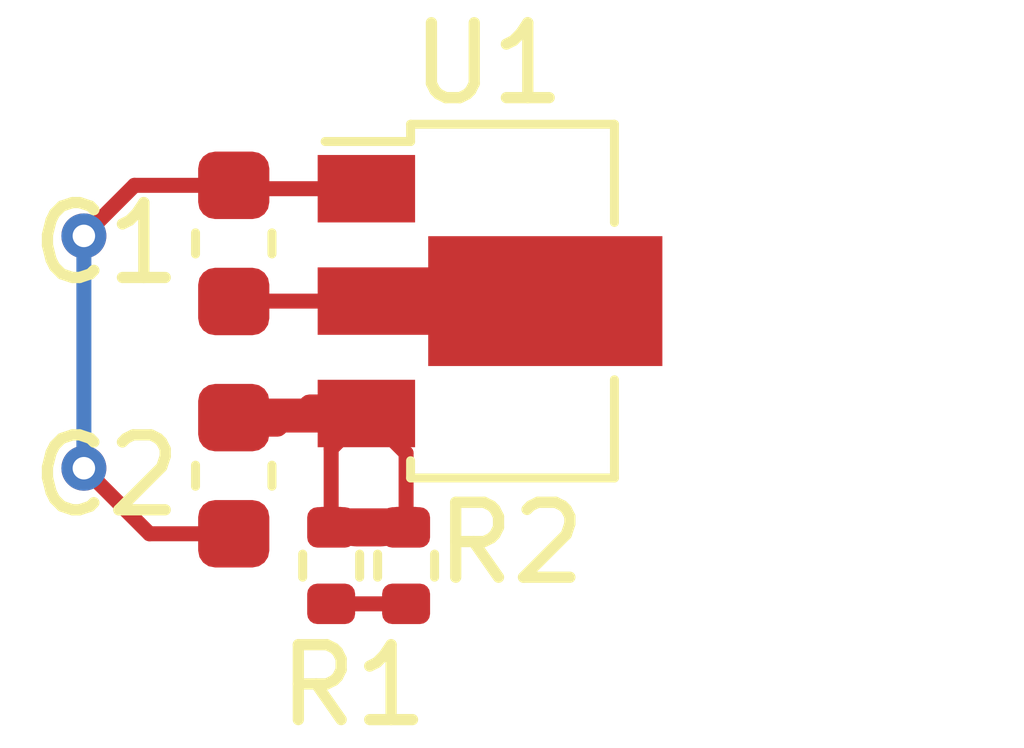
<source format=kicad_pcb>
(kicad_pcb (version 20211014) (generator pcbnew)
  (layers (0 "F.Cu" signal) (31 "B.Cu" signal) (34 "B.Paste" user) (35 "F.Paste" user) (36 "B.SilkS" user "B.Silkscreen") (37 "F.SilkS" user "F.Silkscreen") (38 "B.Mask" user) (39 "F.Mask" user) (44 "Edge.Cuts" user))
  (net 0 "")
  (net 1 "GND")
  (net 2 "VBUS")
  (net 3 "Net-(C2-Pad1)")
  (net 4 "+3V3")
  (footprint "Capacitor_SMD:C_0603_1608Metric" (layer "F.Cu") (at 140.4 94 90)
    (fp_text reference "C1" (at 0 -1.7 180) (layer "F.SilkS"))
    (fp_text value "10uF")
    (fp_line (start -0.14058 -0.51) (end 0.14058 -0.51) (layer "F.SilkS") (width 0.12))
    (fp_line (start -0.14058 0.51) (end 0.14058 0.51) (layer "F.SilkS") (width 0.12))
    (pad "1" smd roundrect locked (at -0.775 0 90) (size 0.9 0.95) (layers "F.Cu" "F.Paste" "F.Mask") (net 2 "VBUS"))
    (pad "2" smd roundrect locked (at 0.775 0 90) (size 0.9 0.95) (layers "F.Cu" "F.Paste" "F.Mask") (net 1 "GND"))
  )
  (footprint "Capacitor_SMD:C_0603_1608Metric" (layer "F.Cu") (at 140.4 97.1 -90)
    (fp_text reference "C2" (at 0 1.7 180) (layer "F.SilkS"))
    (fp_text value "10uF")
    (fp_line (start -0.14058 0.51) (end 0.14058 0.51) (layer "F.SilkS") (width 0.12))
    (fp_line (start -0.14058 -0.51) (end 0.14058 -0.51) (layer "F.SilkS") (width 0.12))
    (pad "1" smd roundrect locked (at -0.775 0 270) (size 0.9 0.95) (layers "F.Cu" "F.Paste" "F.Mask") (net 3 "Net-(C2-Pad1)"))
    (pad "2" smd roundrect locked (at 0.775 0 270) (size 0.9 0.95) (layers "F.Cu" "F.Paste" "F.Mask") (net 1 "GND"))
  )
  (footprint "Resistor_SMD:R_0402_1005Metric" (layer "F.Cu") (at 141.7 98.3 90)
    (fp_text reference "R1" (at -1.6 0.3 180) (layer "F.SilkS"))
    (fp_text value "1")
    (fp_line (start -0.153641 0.38) (end 0.153641 0.38) (layer "F.SilkS") (width 0.12))
    (fp_line (start -0.153641 -0.38) (end 0.153641 -0.38) (layer "F.SilkS") (width 0.12))
    (pad "1" smd roundrect locked (at -0.51 0 90) (size 0.54 0.64) (layers "F.Cu" "F.Paste" "F.Mask") (net 4 "+3V3"))
    (pad "2" smd roundrect locked (at 0.51 0 90) (size 0.54 0.64) (layers "F.Cu" "F.Paste" "F.Mask") (net 3 "Net-(C2-Pad1)"))
  )
  (footprint "Resistor_SMD:R_0402_1005Metric" (layer "F.Cu") (at 142.7 98.3 90)
    (fp_text reference "R2" (at 0.3 1.4 180) (layer "F.SilkS"))
    (fp_text value "1")
    (fp_line (start -0.153641 -0.38) (end 0.153641 -0.38) (layer "F.SilkS") (width 0.12))
    (fp_line (start -0.153641 0.38) (end 0.153641 0.38) (layer "F.SilkS") (width 0.12))
    (pad "1" smd roundrect locked (at -0.51 0 90) (size 0.54 0.64) (layers "F.Cu" "F.Paste" "F.Mask") (net 4 "+3V3"))
    (pad "2" smd roundrect locked (at 0.51 0 90) (size 0.54 0.64) (layers "F.Cu" "F.Paste" "F.Mask") (net 3 "Net-(C2-Pad1)"))
  )
  (footprint "Package_TO_SOT_SMD:SOT-89-3" (layer "F.Cu") (at 143.82 94.77)
    (fp_text reference "U1" (at -0.02 -3.17) (layer "F.SilkS"))
    (fp_text value "HT75xx-1-SOT89")
    (fp_line (start -1.06 -2.36) (end -1.06 -2.13) (layer "F.SilkS") (width 0.12))
    (fp_line (start 1.66 2.36) (end -1.06 2.36) (layer "F.SilkS") (width 0.12))
    (fp_line (start 1.66 -2.36) (end 1.66 -1.05) (layer "F.SilkS") (width 0.12))
    (fp_line (start -2.2 -2.13) (end -1.06 -2.13) (layer "F.SilkS") (width 0.12))
    (fp_line (start -1.06 2.36) (end -1.06 2.13) (layer "F.SilkS") (width 0.12))
    (fp_line (start -1.06 -2.36) (end 1.66 -2.36) (layer "F.SilkS") (width 0.12))
    (fp_line (start 1.66 1.05) (end 1.66 2.36) (layer "F.SilkS") (width 0.12))
    (pad "1" smd rect locked (at -1.65 -1.5) (size 1.3 0.9) (layers "F.Cu" "F.Paste" "F.Mask") (net 1 "GND"))
    (pad "2" smd custom locked (at -1.5625 0) (size 1.475 0.9) (layers "F.Cu" "F.Paste" "F.Mask") (net 2 "VBUS") (options (clearance outline) (anchor rect)) (primitives (gr_poly (pts (xy 3.8625 0.8665) (xy 0.7375 0.8665) (xy 0.7375 -0.8665) (xy 3.8625 -0.8665)) (width 0) (fill yes))))
    (pad "3" smd rect locked (at -1.65 1.5) (size 1.3 0.9) (layers "F.Cu" "F.Paste" "F.Mask") (net 3 "Net-(C2-Pad1)"))
  )
  (segment (start 138.4 97) (end 139.275 97.875) (width 0.2) (layer "F.Cu") (net 1))
  (segment (start 139.275 97.875) (end 140.4 97.875) (width 0.2) (layer "F.Cu") (net 1))
  (segment (start 139.075 93.225) (end 138.4 93.9) (width 0.2) (layer "F.Cu") (net 1))
  (segment (start 142.17 93.27) (end 140.445 93.27) (width 0.2) (layer "F.Cu") (net 1))
  (segment (start 140.445 93.27) (end 140.4 93.225) (width 0.2) (layer "F.Cu") (net 1))
  (segment (start 140.4 93.225) (end 139.075 93.225) (width 0.2) (layer "F.Cu") (net 1))
  (via (at 138.4 93.9) (size 0.6) (drill 0.3) (layers "F.Cu" "B.Cu") (net 1))
  (via (at 138.4 97) (size 0.6) (drill 0.3) (layers "F.Cu" "B.Cu") (net 1))
  (segment (start 138.4 93.9) (end 138.4 97) (width 0.2) (layer "B.Cu") (net 1))
  (segment (start 140.405 94.77) (end 140.4 94.775) (width 0.2) (layer "F.Cu") (net 2))
  (segment (start 142.2575 94.77) (end 140.405 94.77) (width 0.2) (layer "F.Cu") (net 2))
  (segment (start 142.7 97.79) (end 142.7 96.8) (width 0.2) (layer "F.Cu") (net 3))
  (segment (start 141.7 96.74) (end 142.17 96.27) (width 0.2) (layer "F.Cu") (net 3))
  (segment (start 140.455 96.27) (end 140.4 96.325) (width 0.2) (layer "F.Cu") (net 3))
  (segment (start 142.7 96.8) (end 142.17 96.27) (width 0.2) (layer "F.Cu") (net 3))
  (segment (start 141.7 97.79) (end 141.7 96.74) (width 0.2) (layer "F.Cu") (net 3))
  (segment (start 142.17 96.27) (end 140.455 96.27) (width 0.2) (layer "F.Cu") (net 3))
  (segment (start 141.7 98.81) (end 142.7 98.81) (width 0.2) (layer "F.Cu") (net 4))
  (zone (net 3) (net_name "Net-(C2-Pad1)") (layer "F.Cu") (connect_pads (clearance 0.508)) (min_thickness 0.254) (fill yes (thermal_gap 0.508) (thermal_bridge_width 0.508))
    (polygon (pts (xy 142.9 96.9) (xy 143.2 97.2) (xy 143.2 98.2) (xy 141.2 98.2) (xy 141.2 97.1) (xy 139.8 97.1) (xy 139.8 95.7) (xy 142.9 95.7)))
  )
)
</source>
